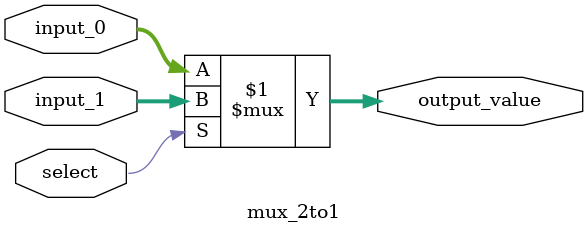
<source format=v>
module mux_2to1 #(parameter WIDTH=4)
    (
	  input select,
	  input [WIDTH-1:0] input_0, input_1,
      output [WIDTH-1:0] output_value
    );

assign output_value = select ? input_1 : input_0;

endmodule
</source>
